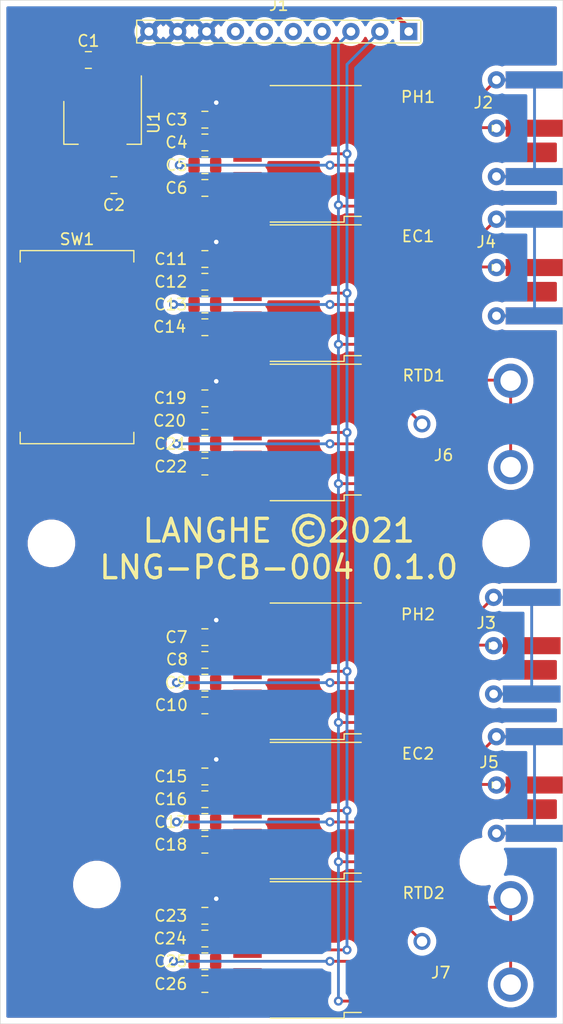
<source format=kicad_pcb>
(kicad_pcb (version 20171130) (host pcbnew "(5.1.9)-1")
  (layers (0 F.Cu signal hide) (31 B.Cu signal hide) (34 B.Paste user) (35 F.Paste user) (36 B.SilkS user) (37 F.SilkS user) (38 B.Mask user) (39 F.Mask user) (44 Edge.Cuts user))
  (net 0 "")
  (net 1 GND)
  (net 2 VDD)
  (net 3 +3V3)
  (net 4 /R_PH_VCC)
  (net 5 /S_PH_VCC)
  (net 6 /R_EC_VCC)
  (net 7 /S_EC_VCC)
  (net 8 /R_RTD_VCC)
  (net 9 /S_RTD_VCC)
  (net 10 "Net-(EC1-Pad10)")
  (net 11 "Net-(EC1-Pad9)")
  (net 12 /SCL)
  (net 13 "Net-(EC1-Pad7)")
  (net 14 "Net-(EC1-Pad5)")
  (net 15 "Net-(EC1-Pad4)")
  (net 16 "Net-(EC1-Pad2)")
  (net 17 /SDA)
  (net 18 "Net-(EC2-Pad10)")
  (net 19 "Net-(EC2-Pad9)")
  (net 20 "Net-(EC2-Pad7)")
  (net 21 "Net-(EC2-Pad5)")
  (net 22 "Net-(EC2-Pad4)")
  (net 23 "Net-(EC2-Pad2)")
  (net 24 "Net-(J1-Pad7)")
  (net 25 "Net-(J1-Pad6)")
  (net 26 "Net-(J1-Pad5)")
  (net 27 "Net-(J1-Pad4)")
  (net 28 "Net-(J2-Pad1)")
  (net 29 "Net-(J2-Pad2)")
  (net 30 "Net-(J3-Pad1)")
  (net 31 "Net-(J3-Pad2)")
  (net 32 "Net-(J6-Pad1)")
  (net 33 "Net-(J6-Pad2)")
  (net 34 "Net-(J7-Pad1)")
  (net 35 "Net-(J7-Pad2)")
  (net 36 "Net-(PH1-Pad10)")
  (net 37 "Net-(PH1-Pad9)")
  (net 38 "Net-(PH1-Pad7)")
  (net 39 "Net-(PH1-Pad2)")
  (net 40 "Net-(PH2-Pad10)")
  (net 41 "Net-(PH2-Pad9)")
  (net 42 "Net-(PH2-Pad7)")
  (net 43 "Net-(PH2-Pad2)")
  (net 44 "Net-(RTD1-Pad10)")
  (net 45 "Net-(RTD1-Pad9)")
  (net 46 "Net-(RTD1-Pad7)")
  (net 47 "Net-(RTD1-Pad2)")
  (net 48 "Net-(RTD2-Pad10)")
  (net 49 "Net-(RTD2-Pad9)")
  (net 50 "Net-(RTD2-Pad7)")
  (net 51 "Net-(RTD2-Pad2)")
  (module BCR_Langhe:Proto2_DaughterCard (layer F.Cu) (at 225 22)
    (fp_text reference J1 (at 0 -2.33) (layer F.SilkS))
    (fp_text value Conn_01x10)
    (pad "" np_thru_hole circle (at 18 73) (size 3.175 3.175) (drill 3.175) (layers *.Cu *.Mask))
    (pad "" np_thru_hole circle (at -16 75) (size 3.175 3.175) (drill 3.175) (layers *.Cu *.Mask))
    (pad "" np_thru_hole circle (at 20 45) (size 3.175 3.175) (drill 3.175) (layers *.Cu *.Mask))
    (pad "" np_thru_hole circle (at -20 45) (size 3.175 3.175) (drill 3.175) (layers *.Cu *.Mask))
    (pad 10 thru_hole circle (at -11.43 0) (size 1.524 1.524) (drill 0.762) (layers *.Cu *.Mask) (net 1 GND))
    (pad 9 thru_hole circle (at -8.89 0) (size 1.524 1.524) (drill 0.762) (layers *.Cu *.Mask) (net 1 GND))
    (pad 8 thru_hole circle (at -6.35 0) (size 1.524 1.524) (drill 0.762) (layers *.Cu *.Mask) (net 1 GND))
    (pad 7 thru_hole circle (at -3.81 0) (size 1.524 1.524) (drill 0.762) (layers *.Cu *.Mask) (net 24 "Net-(J1-Pad7)"))
    (pad 6 thru_hole circle (at -1.27 0) (size 1.524 1.524) (drill 0.762) (layers *.Cu *.Mask) (net 25 "Net-(J1-Pad6)"))
    (pad 5 thru_hole circle (at 1.27 0) (size 1.524 1.524) (drill 0.762) (layers *.Cu *.Mask) (net 26 "Net-(J1-Pad5)"))
    (pad 4 thru_hole circle (at 3.81 0) (size 1.524 1.524) (drill 0.762) (layers *.Cu *.Mask) (net 27 "Net-(J1-Pad4)"))
    (pad 3 thru_hole circle (at 6.35 0) (size 1.524 1.524) (drill 0.762) (layers *.Cu *.Mask) (net 17 /SDA))
    (pad 2 thru_hole circle (at 8.89 0) (size 1.524 1.524) (drill 0.762) (layers *.Cu *.Mask) (net 12 /SCL))
    (pad 1 thru_hole rect (at 11.43 0) (size 1.524 1.524) (drill 0.762) (layers *.Cu *.Mask) (net 2 VDD))
  )
  (module BCR_Connector:Molex_BNC_Jack_73100 (layer F.Cu) (at 245.25 102 90)
    (fp_text reference J7 (at -2.75 -6) (layer F.SilkS))
    (fp_text value BNC)
    (pad 1 thru_hole circle (at 0 -7.65 90) (size 1.5 1.5) (drill 0.92) (layers *.Cu *.Mask) (net 34 "Net-(J7-Pad1)"))
    (pad 2 thru_hole circle (at 3.8 0.15 90) (size 3 3) (drill 1.8) (layers *.Cu *.Mask) (net 35 "Net-(J7-Pad2)"))
    (pad 2 thru_hole circle (at -3.8 0.15 90) (size 3 3) (drill 1.8) (layers *.Cu *.Mask) (net 35 "Net-(J7-Pad2)"))
  )
  (module BCR_Connector:Molex_BNC_Jack_73100 (layer F.Cu) (at 245.25 56.5 90)
    (fp_text reference J6 (at -2.75 -5.75) (layer F.SilkS))
    (fp_text value BNC)
    (pad 1 thru_hole circle (at 0 -7.65 90) (size 1.5 1.5) (drill 0.92) (layers *.Cu *.Mask) (net 32 "Net-(J6-Pad1)"))
    (pad 2 thru_hole circle (at 3.8 0.15 90) (size 3 3) (drill 1.8) (layers *.Cu *.Mask) (net 33 "Net-(J6-Pad2)"))
    (pad 2 thru_hole circle (at -3.8 0.15 90) (size 3 3) (drill 1.8) (layers *.Cu *.Mask) (net 33 "Net-(J6-Pad2)"))
  )
  (module BCR_Connector:SMA_EdgeMount (layer F.Cu) (at 247.5 88.25)
    (fp_text reference J5 (at -4 -2 180) (layer F.SilkS))
    (fp_text value SMA)
    (pad 2 thru_hole circle (at -3.35 4.25) (size 1.524 1.524) (drill 0.762) (layers *.Cu *.Mask) (net 21 "Net-(EC2-Pad5)"))
    (pad 1 thru_hole circle (at -3.35 0) (size 1.524 1.524) (drill 0.762) (layers *.Cu *.Mask) (net 22 "Net-(EC2-Pad4)"))
    (pad 2 thru_hole circle (at -3.35 -4.25) (size 1.524 1.524) (drill 0.762) (layers *.Cu *.Mask) (net 21 "Net-(EC2-Pad5)"))
    (pad 1 smd rect (at 0 0 90) (size 1.5 5.08) (layers F.Cu F.Paste F.Mask) (net 22 "Net-(EC2-Pad4)"))
    (pad 2 smd rect (at 0 -4.25 90) (size 1.5 5.08) (layers F.Cu F.Paste F.Mask) (net 21 "Net-(EC2-Pad5)"))
    (pad 2 smd rect (at 0 4.25 90) (size 1.5 5.08) (layers F.Cu F.Paste F.Mask) (net 21 "Net-(EC2-Pad5)"))
    (pad 2 smd rect (at 0 -4.25 90) (size 1.5 5.08) (layers B.Cu B.Paste B.Mask) (net 21 "Net-(EC2-Pad5)"))
    (pad 2 smd rect (at 0 4.25 90) (size 1.5 5.08) (layers B.Cu B.Paste B.Mask) (net 21 "Net-(EC2-Pad5)"))
  )
  (module BCR_Connector:SMA_EdgeMount (layer F.Cu) (at 247.5 42.75)
    (fp_text reference J4 (at -4.25 -2.25 180) (layer F.SilkS))
    (fp_text value SMA)
    (pad 2 thru_hole circle (at -3.35 4.25) (size 1.524 1.524) (drill 0.762) (layers *.Cu *.Mask) (net 14 "Net-(EC1-Pad5)"))
    (pad 1 thru_hole circle (at -3.35 0) (size 1.524 1.524) (drill 0.762) (layers *.Cu *.Mask) (net 15 "Net-(EC1-Pad4)"))
    (pad 2 thru_hole circle (at -3.35 -4.25) (size 1.524 1.524) (drill 0.762) (layers *.Cu *.Mask) (net 14 "Net-(EC1-Pad5)"))
    (pad 1 smd rect (at 0 0 90) (size 1.5 5.08) (layers F.Cu F.Paste F.Mask) (net 15 "Net-(EC1-Pad4)"))
    (pad 2 smd rect (at 0 -4.25 90) (size 1.5 5.08) (layers F.Cu F.Paste F.Mask) (net 14 "Net-(EC1-Pad5)"))
    (pad 2 smd rect (at 0 4.25 90) (size 1.5 5.08) (layers F.Cu F.Paste F.Mask) (net 14 "Net-(EC1-Pad5)"))
    (pad 2 smd rect (at 0 -4.25 90) (size 1.5 5.08) (layers B.Cu B.Paste B.Mask) (net 14 "Net-(EC1-Pad5)"))
    (pad 2 smd rect (at 0 4.25 90) (size 1.5 5.08) (layers B.Cu B.Paste B.Mask) (net 14 "Net-(EC1-Pad5)"))
  )
  (module BCR_Connector:SMA_EdgeMount (layer F.Cu) (at 247.25 76)
    (fp_text reference J3 (at -4 -2 180) (layer F.SilkS))
    (fp_text value SMA)
    (pad 2 thru_hole circle (at -3.35 4.25) (size 1.524 1.524) (drill 0.762) (layers *.Cu *.Mask) (net 31 "Net-(J3-Pad2)"))
    (pad 1 thru_hole circle (at -3.35 0) (size 1.524 1.524) (drill 0.762) (layers *.Cu *.Mask) (net 30 "Net-(J3-Pad1)"))
    (pad 2 thru_hole circle (at -3.35 -4.25) (size 1.524 1.524) (drill 0.762) (layers *.Cu *.Mask) (net 31 "Net-(J3-Pad2)"))
    (pad 1 smd rect (at 0 0 90) (size 1.5 5.08) (layers F.Cu F.Paste F.Mask) (net 30 "Net-(J3-Pad1)"))
    (pad 2 smd rect (at 0 -4.25 90) (size 1.5 5.08) (layers F.Cu F.Paste F.Mask) (net 31 "Net-(J3-Pad2)"))
    (pad 2 smd rect (at 0 4.25 90) (size 1.5 5.08) (layers F.Cu F.Paste F.Mask) (net 31 "Net-(J3-Pad2)"))
    (pad 2 smd rect (at 0 -4.25 90) (size 1.5 5.08) (layers B.Cu B.Paste B.Mask) (net 31 "Net-(J3-Pad2)"))
    (pad 2 smd rect (at 0 4.25 90) (size 1.5 5.08) (layers B.Cu B.Paste B.Mask) (net 31 "Net-(J3-Pad2)"))
  )
  (module BCR_Connector:SMA_EdgeMount (layer F.Cu) (at 247.5 30.5)
    (fp_text reference J2 (at -4.5 -2.25 180) (layer F.SilkS))
    (fp_text value SMA)
    (pad 2 thru_hole circle (at -3.35 4.25) (size 1.524 1.524) (drill 0.762) (layers *.Cu *.Mask) (net 29 "Net-(J2-Pad2)"))
    (pad 1 thru_hole circle (at -3.35 0) (size 1.524 1.524) (drill 0.762) (layers *.Cu *.Mask) (net 28 "Net-(J2-Pad1)"))
    (pad 2 thru_hole circle (at -3.35 -4.25) (size 1.524 1.524) (drill 0.762) (layers *.Cu *.Mask) (net 29 "Net-(J2-Pad2)"))
    (pad 1 smd rect (at 0 0 90) (size 1.5 5.08) (layers F.Cu F.Paste F.Mask) (net 28 "Net-(J2-Pad1)"))
    (pad 2 smd rect (at 0 -4.25 90) (size 1.5 5.08) (layers F.Cu F.Paste F.Mask) (net 29 "Net-(J2-Pad2)"))
    (pad 2 smd rect (at 0 4.25 90) (size 1.5 5.08) (layers F.Cu F.Paste F.Mask) (net 29 "Net-(J2-Pad2)"))
    (pad 2 smd rect (at 0 -4.25 90) (size 1.5 5.08) (layers B.Cu B.Paste B.Mask) (net 29 "Net-(J2-Pad2)"))
    (pad 2 smd rect (at 0 4.25 90) (size 1.5 5.08) (layers B.Cu B.Paste B.Mask) (net 29 "Net-(J2-Pad2)"))
  )
  (module Package_TO_SOT_SMD:SOT-223-3_TabPin2 (layer F.Cu) (at 209.5 30 270)
    (fp_text reference U1 (at 0 -4.5 90) (layer F.SilkS))
    (fp_text value AMS1117-5.0)
    (pad 1 smd rect (at -3.15 -2.3 270) (size 2 1.5) (layers F.Cu F.Paste F.Mask) (net 1 GND))
    (pad 3 smd rect (at -3.15 2.3 270) (size 2 1.5) (layers F.Cu F.Paste F.Mask) (net 2 VDD))
    (pad 2 smd rect (at -3.15 0 270) (size 2 1.5) (layers F.Cu F.Paste F.Mask) (net 3 +3V3))
    (pad 2 smd rect (at 3.15 0 270) (size 2 3.8) (layers F.Cu F.Paste F.Mask) (net 3 +3V3))
  )
  (module BCR_Switch:Cixi_SMD_DIP_Switch_6 (layer F.Cu) (at 207.25 49.75)
    (fp_text reference SW1 (at 0 -9.49) (layer F.SilkS))
    (fp_text value SW_DIP_x06)
    (pad 12 smd rect (at 4.3 -6.275) (size 3.7 1.15) (layers F.Cu F.Paste F.Mask) (net 4 /R_PH_VCC))
    (pad 11 smd rect (at 4.3 -3.765) (size 3.7 1.15) (layers F.Cu F.Paste F.Mask) (net 6 /R_EC_VCC))
    (pad 10 smd rect (at 4.3 -1.255) (size 3.7 1.15) (layers F.Cu F.Paste F.Mask) (net 8 /R_RTD_VCC))
    (pad 9 smd rect (at 4.3 1.255) (size 3.7 1.15) (layers F.Cu F.Paste F.Mask) (net 5 /S_PH_VCC))
    (pad 8 smd rect (at 4.3 3.765) (size 3.7 1.15) (layers F.Cu F.Paste F.Mask) (net 7 /S_EC_VCC))
    (pad 7 smd rect (at 4.3 6.275) (size 3.7 1.15) (layers F.Cu F.Paste F.Mask) (net 9 /S_RTD_VCC))
    (pad 6 smd rect (at -4.3 6.275) (size 3.7 1.15) (layers F.Cu F.Paste F.Mask) (net 3 +3V3))
    (pad 5 smd rect (at -4.3 3.765) (size 3.7 1.15) (layers F.Cu F.Paste F.Mask) (net 3 +3V3))
    (pad 4 smd rect (at -4.3 1.255) (size 3.7 1.15) (layers F.Cu F.Paste F.Mask) (net 3 +3V3))
    (pad 3 smd rect (at -4.3 -1.255) (size 3.7 1.15) (layers F.Cu F.Paste F.Mask) (net 3 +3V3))
    (pad 2 smd rect (at -4.3 -3.765) (size 3.7 1.15) (layers F.Cu F.Paste F.Mask) (net 3 +3V3))
    (pad 1 smd rect (at -4.3 -6.275) (size 3.7 1.15) (layers F.Cu F.Paste F.Mask) (net 3 +3V3))
  )
  (module BCR_Langhe:AtlasScientific_OEM (layer F.Cu) (at 228.25 102.75 180)
    (fp_text reference RTD2 (at -9.5 5) (layer F.SilkS))
    (fp_text value AtlasScientific_RTD)
    (pad 10 smd rect (at 6 -4.6 180) (size 2.5 1.4) (layers F.Cu F.Paste F.Mask) (net 48 "Net-(RTD2-Pad10)"))
    (pad 9 smd rect (at 6 -2.3 180) (size 2.5 1.4) (layers F.Cu F.Paste F.Mask) (net 49 "Net-(RTD2-Pad9)"))
    (pad 8 smd rect (at 6 0 180) (size 2.5 1.4) (layers F.Cu F.Paste F.Mask) (net 12 /SCL))
    (pad 7 smd rect (at 6 2.3 180) (size 2.5 1.4) (layers F.Cu F.Paste F.Mask) (net 50 "Net-(RTD2-Pad7)"))
    (pad 6 smd rect (at 6 4.6 180) (size 2.5 1.4) (layers F.Cu F.Paste F.Mask) (net 1 GND))
    (pad 5 smd rect (at -6 4.6 180) (size 2.5 1.4) (layers F.Cu F.Paste F.Mask) (net 35 "Net-(J7-Pad2)"))
    (pad 4 smd rect (at -6 2.3 180) (size 2.5 1.4) (layers F.Cu F.Paste F.Mask) (net 34 "Net-(J7-Pad1)"))
    (pad 3 smd rect (at -6 0 180) (size 2.5 1.4) (layers F.Cu F.Paste F.Mask) (net 9 /S_RTD_VCC))
    (pad 2 smd rect (at -6 -2.3 180) (size 2.5 1.4) (layers F.Cu F.Paste F.Mask) (net 51 "Net-(RTD2-Pad2)"))
    (pad 1 smd rect (at -6 -4.6 180) (size 2.5 1.4) (layers F.Cu F.Paste F.Mask) (net 17 /SDA))
  )
  (module BCR_Langhe:AtlasScientific_OEM (layer F.Cu) (at 228.25 57.25 180)
    (fp_text reference RTD1 (at -9.5 5) (layer F.SilkS))
    (fp_text value AtlasScientific_RTD)
    (pad 10 smd rect (at 6 -4.6 180) (size 2.5 1.4) (layers F.Cu F.Paste F.Mask) (net 44 "Net-(RTD1-Pad10)"))
    (pad 9 smd rect (at 6 -2.3 180) (size 2.5 1.4) (layers F.Cu F.Paste F.Mask) (net 45 "Net-(RTD1-Pad9)"))
    (pad 8 smd rect (at 6 0 180) (size 2.5 1.4) (layers F.Cu F.Paste F.Mask) (net 12 /SCL))
    (pad 7 smd rect (at 6 2.3 180) (size 2.5 1.4) (layers F.Cu F.Paste F.Mask) (net 46 "Net-(RTD1-Pad7)"))
    (pad 6 smd rect (at 6 4.6 180) (size 2.5 1.4) (layers F.Cu F.Paste F.Mask) (net 1 GND))
    (pad 5 smd rect (at -6 4.6 180) (size 2.5 1.4) (layers F.Cu F.Paste F.Mask) (net 33 "Net-(J6-Pad2)"))
    (pad 4 smd rect (at -6 2.3 180) (size 2.5 1.4) (layers F.Cu F.Paste F.Mask) (net 32 "Net-(J6-Pad1)"))
    (pad 3 smd rect (at -6 0 180) (size 2.5 1.4) (layers F.Cu F.Paste F.Mask) (net 8 /R_RTD_VCC))
    (pad 2 smd rect (at -6 -2.3 180) (size 2.5 1.4) (layers F.Cu F.Paste F.Mask) (net 47 "Net-(RTD1-Pad2)"))
    (pad 1 smd rect (at -6 -4.6 180) (size 2.5 1.4) (layers F.Cu F.Paste F.Mask) (net 17 /SDA))
  )
  (module BCR_Langhe:AtlasScientific_OEM (layer F.Cu) (at 228.25 78.25 180)
    (fp_text reference PH2 (at -9 5) (layer F.SilkS))
    (fp_text value AtlasScientific_PH)
    (pad 10 smd rect (at 6 -4.6 180) (size 2.5 1.4) (layers F.Cu F.Paste F.Mask) (net 40 "Net-(PH2-Pad10)"))
    (pad 9 smd rect (at 6 -2.3 180) (size 2.5 1.4) (layers F.Cu F.Paste F.Mask) (net 41 "Net-(PH2-Pad9)"))
    (pad 8 smd rect (at 6 0 180) (size 2.5 1.4) (layers F.Cu F.Paste F.Mask) (net 12 /SCL))
    (pad 7 smd rect (at 6 2.3 180) (size 2.5 1.4) (layers F.Cu F.Paste F.Mask) (net 42 "Net-(PH2-Pad7)"))
    (pad 6 smd rect (at 6 4.6 180) (size 2.5 1.4) (layers F.Cu F.Paste F.Mask) (net 1 GND))
    (pad 5 smd rect (at -6 4.6 180) (size 2.5 1.4) (layers F.Cu F.Paste F.Mask) (net 31 "Net-(J3-Pad2)"))
    (pad 4 smd rect (at -6 2.3 180) (size 2.5 1.4) (layers F.Cu F.Paste F.Mask) (net 30 "Net-(J3-Pad1)"))
    (pad 3 smd rect (at -6 0 180) (size 2.5 1.4) (layers F.Cu F.Paste F.Mask) (net 5 /S_PH_VCC))
    (pad 2 smd rect (at -6 -2.3 180) (size 2.5 1.4) (layers F.Cu F.Paste F.Mask) (net 43 "Net-(PH2-Pad2)"))
    (pad 1 smd rect (at -6 -4.6 180) (size 2.5 1.4) (layers F.Cu F.Paste F.Mask) (net 17 /SDA))
  )
  (module BCR_Langhe:AtlasScientific_OEM (layer F.Cu) (at 228.25 32.75 180)
    (fp_text reference PH1 (at -9 5) (layer F.SilkS))
    (fp_text value AtlasScientific_PH)
    (pad 10 smd rect (at 6 -4.6 180) (size 2.5 1.4) (layers F.Cu F.Paste F.Mask) (net 36 "Net-(PH1-Pad10)"))
    (pad 9 smd rect (at 6 -2.3 180) (size 2.5 1.4) (layers F.Cu F.Paste F.Mask) (net 37 "Net-(PH1-Pad9)"))
    (pad 8 smd rect (at 6 0 180) (size 2.5 1.4) (layers F.Cu F.Paste F.Mask) (net 12 /SCL))
    (pad 7 smd rect (at 6 2.3 180) (size 2.5 1.4) (layers F.Cu F.Paste F.Mask) (net 38 "Net-(PH1-Pad7)"))
    (pad 6 smd rect (at 6 4.6 180) (size 2.5 1.4) (layers F.Cu F.Paste F.Mask) (net 1 GND))
    (pad 5 smd rect (at -6 4.6 180) (size 2.5 1.4) (layers F.Cu F.Paste F.Mask) (net 29 "Net-(J2-Pad2)"))
    (pad 4 smd rect (at -6 2.3 180) (size 2.5 1.4) (layers F.Cu F.Paste F.Mask) (net 28 "Net-(J2-Pad1)"))
    (pad 3 smd rect (at -6 0 180) (size 2.5 1.4) (layers F.Cu F.Paste F.Mask) (net 4 /R_PH_VCC))
    (pad 2 smd rect (at -6 -2.3 180) (size 2.5 1.4) (layers F.Cu F.Paste F.Mask) (net 39 "Net-(PH1-Pad2)"))
    (pad 1 smd rect (at -6 -4.6 180) (size 2.5 1.4) (layers F.Cu F.Paste F.Mask) (net 17 /SDA))
  )
  (module BCR_Langhe:AtlasScientific_OEM (layer F.Cu) (at 228.25 90.5 180)
    (fp_text reference EC2 (at -9 5) (layer F.SilkS))
    (fp_text value AtlasScientific_EC)
    (pad 10 smd rect (at 6 -4.6 180) (size 2.5 1.4) (layers F.Cu F.Paste F.Mask) (net 18 "Net-(EC2-Pad10)"))
    (pad 9 smd rect (at 6 -2.3 180) (size 2.5 1.4) (layers F.Cu F.Paste F.Mask) (net 19 "Net-(EC2-Pad9)"))
    (pad 8 smd rect (at 6 0 180) (size 2.5 1.4) (layers F.Cu F.Paste F.Mask) (net 12 /SCL))
    (pad 7 smd rect (at 6 2.3 180) (size 2.5 1.4) (layers F.Cu F.Paste F.Mask) (net 20 "Net-(EC2-Pad7)"))
    (pad 6 smd rect (at 6 4.6 180) (size 2.5 1.4) (layers F.Cu F.Paste F.Mask) (net 1 GND))
    (pad 5 smd rect (at -6 4.6 180) (size 2.5 1.4) (layers F.Cu F.Paste F.Mask) (net 21 "Net-(EC2-Pad5)"))
    (pad 4 smd rect (at -6 2.3 180) (size 2.5 1.4) (layers F.Cu F.Paste F.Mask) (net 22 "Net-(EC2-Pad4)"))
    (pad 3 smd rect (at -6 0 180) (size 2.5 1.4) (layers F.Cu F.Paste F.Mask) (net 7 /S_EC_VCC))
    (pad 2 smd rect (at -6 -2.3 180) (size 2.5 1.4) (layers F.Cu F.Paste F.Mask) (net 23 "Net-(EC2-Pad2)"))
    (pad 1 smd rect (at -6 -4.6 180) (size 2.5 1.4) (layers F.Cu F.Paste F.Mask) (net 17 /SDA))
  )
  (module BCR_Langhe:AtlasScientific_OEM (layer F.Cu) (at 228.25 45 180)
    (fp_text reference EC1 (at -9 5) (layer F.SilkS))
    (fp_text value AtlasScientific_EC)
    (pad 10 smd rect (at 6 -4.6 180) (size 2.5 1.4) (layers F.Cu F.Paste F.Mask) (net 10 "Net-(EC1-Pad10)"))
    (pad 9 smd rect (at 6 -2.3 180) (size 2.5 1.4) (layers F.Cu F.Paste F.Mask) (net 11 "Net-(EC1-Pad9)"))
    (pad 8 smd rect (at 6 0 180) (size 2.5 1.4) (layers F.Cu F.Paste F.Mask) (net 12 /SCL))
    (pad 7 smd rect (at 6 2.3 180) (size 2.5 1.4) (layers F.Cu F.Paste F.Mask) (net 13 "Net-(EC1-Pad7)"))
    (pad 6 smd rect (at 6 4.6 180) (size 2.5 1.4) (layers F.Cu F.Paste F.Mask) (net 1 GND))
    (pad 5 smd rect (at -6 4.6 180) (size 2.5 1.4) (layers F.Cu F.Paste F.Mask) (net 14 "Net-(EC1-Pad5)"))
    (pad 4 smd rect (at -6 2.3 180) (size 2.5 1.4) (layers F.Cu F.Paste F.Mask) (net 15 "Net-(EC1-Pad4)"))
    (pad 3 smd rect (at -6 0 180) (size 2.5 1.4) (layers F.Cu F.Paste F.Mask) (net 6 /R_EC_VCC))
    (pad 2 smd rect (at -6 -2.3 180) (size 2.5 1.4) (layers F.Cu F.Paste F.Mask) (net 16 "Net-(EC1-Pad2)"))
    (pad 1 smd rect (at -6 -4.6 180) (size 2.5 1.4) (layers F.Cu F.Paste F.Mask) (net 17 /SDA))
  )
  (module Capacitor_SMD:C_0805_2012Metric (layer F.Cu) (at 218.5 105.75)
    (fp_text reference C26 (at -3 0) (layer F.SilkS))
    (fp_text value 0.1uF)
    (pad 2 smd roundrect (at 0.95 0) (size 1 1.45) (layers F.Cu F.Paste F.Mask) (net 1 GND))
    (pad 1 smd roundrect (at -0.95 0) (size 1 1.45) (layers F.Cu F.Paste F.Mask) (net 9 /S_RTD_VCC))
  )
  (module Capacitor_SMD:C_0805_2012Metric (layer F.Cu) (at 218.5 103.75)
    (fp_text reference C25 (at -3 0) (layer F.SilkS))
    (fp_text value 0.1uF)
    (pad 2 smd roundrect (at 0.95 0) (size 1 1.45) (layers F.Cu F.Paste F.Mask) (net 1 GND))
    (pad 1 smd roundrect (at -0.95 0) (size 1 1.45) (layers F.Cu F.Paste F.Mask) (net 9 /S_RTD_VCC))
  )
  (module Capacitor_SMD:C_0805_2012Metric (layer F.Cu) (at 218.5 101.75)
    (fp_text reference C24 (at -3.05 0) (layer F.SilkS))
    (fp_text value 0.1uF)
    (pad 2 smd roundrect (at 0.95 0) (size 1 1.45) (layers F.Cu F.Paste F.Mask) (net 1 GND))
    (pad 1 smd roundrect (at -0.95 0) (size 1 1.45) (layers F.Cu F.Paste F.Mask) (net 9 /S_RTD_VCC))
  )
  (module Capacitor_SMD:C_0805_2012Metric (layer F.Cu) (at 218.5 99.75)
    (fp_text reference C23 (at -3 0) (layer F.SilkS))
    (fp_text value 0.1uF)
    (pad 2 smd roundrect (at 0.95 0) (size 1 1.45) (layers F.Cu F.Paste F.Mask) (net 1 GND))
    (pad 1 smd roundrect (at -0.95 0) (size 1 1.45) (layers F.Cu F.Paste F.Mask) (net 9 /S_RTD_VCC))
  )
  (module Capacitor_SMD:C_0805_2012Metric (layer F.Cu) (at 218.5 60.25)
    (fp_text reference C22 (at -3 0) (layer F.SilkS))
    (fp_text value 0.1uF)
    (pad 2 smd roundrect (at 0.95 0) (size 1 1.45) (layers F.Cu F.Paste F.Mask) (net 1 GND))
    (pad 1 smd roundrect (at -0.95 0) (size 1 1.45) (layers F.Cu F.Paste F.Mask) (net 8 /R_RTD_VCC))
  )
  (module Capacitor_SMD:C_0805_2012Metric (layer F.Cu) (at 218.5 58.25)
    (fp_text reference C21 (at -3 0) (layer F.SilkS))
    (fp_text value 0.1uF)
    (pad 2 smd roundrect (at 0.95 0) (size 1 1.45) (layers F.Cu F.Paste F.Mask) (net 1 GND))
    (pad 1 smd roundrect (at -0.95 0) (size 1 1.45) (layers F.Cu F.Paste F.Mask) (net 8 /R_RTD_VCC))
  )
  (module Capacitor_SMD:C_0805_2012Metric (layer F.Cu) (at 218.5 56.25)
    (fp_text reference C20 (at -3.1 -0.03) (layer F.SilkS))
    (fp_text value 0.1uF)
    (pad 2 smd roundrect (at 0.95 0) (size 1 1.45) (layers F.Cu F.Paste F.Mask) (net 1 GND))
    (pad 1 smd roundrect (at -0.95 0) (size 1 1.45) (layers F.Cu F.Paste F.Mask) (net 8 /R_RTD_VCC))
  )
  (module Capacitor_SMD:C_0805_2012Metric (layer F.Cu) (at 218.5 54.25)
    (fp_text reference C19 (at -3.05 -0.03) (layer F.SilkS))
    (fp_text value 0.1uF)
    (pad 2 smd roundrect (at 0.95 0) (size 1 1.45) (layers F.Cu F.Paste F.Mask) (net 1 GND))
    (pad 1 smd roundrect (at -0.95 0) (size 1 1.45) (layers F.Cu F.Paste F.Mask) (net 8 /R_RTD_VCC))
  )
  (module Capacitor_SMD:C_0805_2012Metric (layer F.Cu) (at 218.5 93.5)
    (fp_text reference C18 (at -3 0) (layer F.SilkS))
    (fp_text value 0.1uF)
    (pad 2 smd roundrect (at 0.95 0) (size 1 1.45) (layers F.Cu F.Paste F.Mask) (net 1 GND))
    (pad 1 smd roundrect (at -0.95 0) (size 1 1.45) (layers F.Cu F.Paste F.Mask) (net 7 /S_EC_VCC))
  )
  (module Capacitor_SMD:C_0805_2012Metric (layer F.Cu) (at 218.5 91.5)
    (fp_text reference C17 (at -3 0) (layer F.SilkS))
    (fp_text value 0.1uF)
    (pad 2 smd roundrect (at 0.95 0) (size 1 1.45) (layers F.Cu F.Paste F.Mask) (net 1 GND))
    (pad 1 smd roundrect (at -0.95 0) (size 1 1.45) (layers F.Cu F.Paste F.Mask) (net 7 /S_EC_VCC))
  )
  (module Capacitor_SMD:C_0805_2012Metric (layer F.Cu) (at 218.5 89.5)
    (fp_text reference C16 (at -3 0) (layer F.SilkS))
    (fp_text value 0.1uF)
    (pad 2 smd roundrect (at 0.95 0) (size 1 1.45) (layers F.Cu F.Paste F.Mask) (net 1 GND))
    (pad 1 smd roundrect (at -0.95 0) (size 1 1.45) (layers F.Cu F.Paste F.Mask) (net 7 /S_EC_VCC))
  )
  (module Capacitor_SMD:C_0805_2012Metric (layer F.Cu) (at 218.5 87.5)
    (fp_text reference C15 (at -3 0) (layer F.SilkS))
    (fp_text value 0.1uF)
    (pad 2 smd roundrect (at 0.95 0) (size 1 1.45) (layers F.Cu F.Paste F.Mask) (net 1 GND))
    (pad 1 smd roundrect (at -0.95 0) (size 1 1.45) (layers F.Cu F.Paste F.Mask) (net 7 /S_EC_VCC))
  )
  (module Capacitor_SMD:C_0805_2012Metric (layer F.Cu) (at 218.5 48)
    (fp_text reference C14 (at -3.1 -0.04) (layer F.SilkS))
    (fp_text value 0.1uF)
    (pad 2 smd roundrect (at 0.95 0) (size 1 1.45) (layers F.Cu F.Paste F.Mask) (net 1 GND))
    (pad 1 smd roundrect (at -0.95 0) (size 1 1.45) (layers F.Cu F.Paste F.Mask) (net 6 /R_EC_VCC))
  )
  (module Capacitor_SMD:C_0805_2012Metric (layer F.Cu) (at 218.5 46)
    (fp_text reference C13 (at -3 0) (layer F.SilkS))
    (fp_text value 0.1uF)
    (pad 2 smd roundrect (at 0.95 0) (size 1 1.45) (layers F.Cu F.Paste F.Mask) (net 1 GND))
    (pad 1 smd roundrect (at -0.95 0) (size 1 1.45) (layers F.Cu F.Paste F.Mask) (net 6 /R_EC_VCC))
  )
  (module Capacitor_SMD:C_0805_2012Metric (layer F.Cu) (at 218.5 44)
    (fp_text reference C12 (at -3 0) (layer F.SilkS))
    (fp_text value 0.1uF)
    (pad 2 smd roundrect (at 0.95 0) (size 1 1.45) (layers F.Cu F.Paste F.Mask) (net 1 GND))
    (pad 1 smd roundrect (at -0.95 0) (size 1 1.45) (layers F.Cu F.Paste F.Mask) (net 6 /R_EC_VCC))
  )
  (module Capacitor_SMD:C_0805_2012Metric (layer F.Cu) (at 218.5 42)
    (fp_text reference C11 (at -3 0) (layer F.SilkS))
    (fp_text value 0.1uF)
    (pad 2 smd roundrect (at 0.95 0) (size 1 1.45) (layers F.Cu F.Paste F.Mask) (net 1 GND))
    (pad 1 smd roundrect (at -0.95 0) (size 1 1.45) (layers F.Cu F.Paste F.Mask) (net 6 /R_EC_VCC))
  )
  (module Capacitor_SMD:C_0805_2012Metric (layer F.Cu) (at 218.5 81.25)
    (fp_text reference C10 (at -2.95 -0.03) (layer F.SilkS))
    (fp_text value 0.1uF)
    (pad 2 smd roundrect (at 0.95 0) (size 1 1.45) (layers F.Cu F.Paste F.Mask) (net 1 GND))
    (pad 1 smd roundrect (at -0.95 0) (size 1 1.45) (layers F.Cu F.Paste F.Mask) (net 5 /S_PH_VCC))
  )
  (module Capacitor_SMD:C_0805_2012Metric (layer F.Cu) (at 218.5 79.25)
    (fp_text reference C9 (at -2.56 0) (layer F.SilkS))
    (fp_text value 0.1uF)
    (pad 2 smd roundrect (at 0.95 0) (size 1 1.45) (layers F.Cu F.Paste F.Mask) (net 1 GND))
    (pad 1 smd roundrect (at -0.95 0) (size 1 1.45) (layers F.Cu F.Paste F.Mask) (net 5 /S_PH_VCC))
  )
  (module Capacitor_SMD:C_0805_2012Metric (layer F.Cu) (at 218.5 77.25)
    (fp_text reference C8 (at -2.45 -0.04) (layer F.SilkS))
    (fp_text value 0.1uF)
    (pad 2 smd roundrect (at 0.95 0) (size 1 1.45) (layers F.Cu F.Paste F.Mask) (net 1 GND))
    (pad 1 smd roundrect (at -0.95 0) (size 1 1.45) (layers F.Cu F.Paste F.Mask) (net 5 /S_PH_VCC))
  )
  (module Capacitor_SMD:C_0805_2012Metric (layer F.Cu) (at 218.5 75.25)
    (fp_text reference C7 (at -2.5 0) (layer F.SilkS))
    (fp_text value 0.1uF)
    (pad 2 smd roundrect (at 0.95 0) (size 1 1.45) (layers F.Cu F.Paste F.Mask) (net 1 GND))
    (pad 1 smd roundrect (at -0.95 0) (size 1 1.45) (layers F.Cu F.Paste F.Mask) (net 5 /S_PH_VCC))
  )
  (module Capacitor_SMD:C_0805_2012Metric (layer F.Cu) (at 218.5 35.75)
    (fp_text reference C6 (at -2.5 0) (layer F.SilkS))
    (fp_text value 0.1uF)
    (pad 2 smd roundrect (at 0.95 0) (size 1 1.45) (layers F.Cu F.Paste F.Mask) (net 1 GND))
    (pad 1 smd roundrect (at -0.95 0) (size 1 1.45) (layers F.Cu F.Paste F.Mask) (net 4 /R_PH_VCC))
  )
  (module Capacitor_SMD:C_0805_2012Metric (layer F.Cu) (at 218.5 33.75)
    (fp_text reference C5 (at -2.5 0) (layer F.SilkS))
    (fp_text value 0.1uF)
    (pad 2 smd roundrect (at 0.95 0) (size 1 1.45) (layers F.Cu F.Paste F.Mask) (net 1 GND))
    (pad 1 smd roundrect (at -0.95 0) (size 1 1.45) (layers F.Cu F.Paste F.Mask) (net 4 /R_PH_VCC))
  )
  (module Capacitor_SMD:C_0805_2012Metric (layer F.Cu) (at 218.5 31.75)
    (fp_text reference C4 (at -2.5 0) (layer F.SilkS))
    (fp_text value 0.1uF)
    (pad 2 smd roundrect (at 0.95 0) (size 1 1.45) (layers F.Cu F.Paste F.Mask) (net 1 GND))
    (pad 1 smd roundrect (at -0.95 0) (size 1 1.45) (layers F.Cu F.Paste F.Mask) (net 4 /R_PH_VCC))
  )
  (module Capacitor_SMD:C_0805_2012Metric (layer F.Cu) (at 218.5 29.75)
    (fp_text reference C3 (at -2.5 0) (layer F.SilkS))
    (fp_text value 0.1uF)
    (pad 2 smd roundrect (at 0.95 0) (size 1 1.45) (layers F.Cu F.Paste F.Mask) (net 1 GND))
    (pad 1 smd roundrect (at -0.95 0) (size 1 1.45) (layers F.Cu F.Paste F.Mask) (net 4 /R_PH_VCC))
  )
  (module Capacitor_SMD:C_0805_2012Metric (layer F.Cu) (at 210.5 35.5)
    (fp_text reference C2 (at 0 1.75) (layer F.SilkS))
    (fp_text value 0.1uF)
    (pad 2 smd roundrect (at 0.95 0) (size 1 1.45) (layers F.Cu F.Paste F.Mask) (net 1 GND))
    (pad 1 smd roundrect (at -0.95 0) (size 1 1.45) (layers F.Cu F.Paste F.Mask) (net 3 +3V3))
  )
  (module Capacitor_SMD:C_0805_2012Metric (layer F.Cu) (at 208.25 24.5)
    (fp_text reference C1 (at 0 -1.68) (layer F.SilkS))
    (fp_text value 0.1uF)
    (pad 2 smd roundrect (at 0.95 0) (size 1 1.45) (layers F.Cu F.Paste F.Mask) (net 1 GND))
    (pad 1 smd roundrect (at -0.95 0) (size 1 1.45) (layers F.Cu F.Paste F.Mask) (net 2 VDD))
  )
  (gr_text "LANGHE ©2021\nLNG-PCB-004 0.1.0" (at 225 67.5) (layer F.SilkS) (effects (font (size 2 2) (thickness 0.3))))
  (gr_line (start 200.5 109.25) (end 200.5 19.25) (layer Edge.Cuts) (width 0.05))
  (gr_line (start 250 19.25) (end 200.5 19.25) (layer Edge.Cuts) (width 0.05))
  (gr_line (start 250 109.25) (end 200.5 109.25) (layer Edge.Cuts) (width 0.05))
  (gr_line (start 250 19.25) (end 250 109.25) (layer Edge.Cuts) (width 0.05))
  (via (at 219.5 52.75) (size 0.8) (drill 0.4) (layers F.Cu B.Cu) (net 1))
  (via (at 219.5 40.5) (size 0.8) (drill 0.4) (layers F.Cu B.Cu) (net 1))
  (via (at 219.5 28.25) (size 0.8) (drill 0.4) (layers F.Cu B.Cu) (net 1))
  (via (at 219.5 73.75) (size 0.8) (drill 0.4) (layers F.Cu B.Cu) (net 1))
  (via (at 219.5 86) (size 0.8) (drill 0.4) (layers F.Cu B.Cu) (net 1))
  (via (at 219.5 98.25) (size 0.8) (drill 0.4) (layers F.Cu B.Cu) (net 1))
  (segment (start 207.15 26.8) (end 207.2 26.85) (width 0.25) (layer F.Cu) (net 2))
  (segment (start 236.43 22) (end 236.43 22.07) (width 0.25) (layer F.Cu) (net 2))
  (segment (start 236.43 21.68) (end 236.43 22) (width 0.4) (layer F.Cu) (net 2))
  (segment (start 234.75 20) (end 236.43 21.68) (width 0.4) (layer F.Cu) (net 2))
  (segment (start 208.5 20) (end 234.75 20) (width 0.4) (layer F.Cu) (net 2))
  (segment (start 207.2 21.3) (end 208.5 20) (width 0.4) (layer F.Cu) (net 2))
  (segment (start 207.2 26.85) (end 207.2 21.3) (width 0.4) (layer F.Cu) (net 2))
  (segment (start 209.5 26.85) (end 209.5 33.15) (width 0.4) (layer F.Cu) (net 3))
  (segment (start 202.95 43.475) (end 202.95 56.025) (width 0.4) (layer F.Cu) (net 3))
  (segment (start 209.55 33.2) (end 209.5 33.15) (width 0.4) (layer F.Cu) (net 3))
  (segment (start 209.55 36.875) (end 209.55 33.2) (width 0.4) (layer F.Cu) (net 3))
  (segment (start 202.95 43.475) (end 209.55 36.875) (width 0.4) (layer F.Cu) (net 3))
  (segment (start 217.55 29.75) (end 217.55 35.75) (width 0.25) (layer F.Cu) (net 4))
  (via (at 229.5 33.75) (size 0.8) (drill 0.4) (layers F.Cu B.Cu) (net 4))
  (segment (start 232.75 33.75) (end 229.5 33.75) (width 0.25) (layer F.Cu) (net 4))
  (segment (start 233.25 33.25) (end 232.75 33.75) (width 0.25) (layer F.Cu) (net 4))
  (segment (start 233.75 33.25) (end 233.25 33.25) (width 0.25) (layer F.Cu) (net 4))
  (segment (start 234.25 32.75) (end 233.75 33.25) (width 0.25) (layer F.Cu) (net 4))
  (via (at 216.25 33.75) (size 0.8) (drill 0.4) (layers F.Cu B.Cu) (net 4))
  (segment (start 229.5 33.75) (end 216.25 33.75) (width 0.25) (layer B.Cu) (net 4))
  (segment (start 216.25 33.75) (end 217.55 33.75) (width 0.25) (layer F.Cu) (net 4))
  (segment (start 217.55 35.975) (end 217.55 35.75) (width 0.25) (layer F.Cu) (net 4))
  (segment (start 211.55 41.975) (end 217.55 35.975) (width 0.25) (layer F.Cu) (net 4))
  (segment (start 211.55 43.475) (end 211.55 41.975) (width 0.25) (layer F.Cu) (net 4))
  (segment (start 217.55 75.25) (end 217.55 81.25) (width 0.25) (layer F.Cu) (net 5))
  (via (at 216 79.25) (size 0.8) (drill 0.4) (layers F.Cu B.Cu) (net 5))
  (segment (start 216 79.25) (end 217.55 79.25) (width 0.25) (layer F.Cu) (net 5))
  (segment (start 217.55 81.45) (end 217.55 81.25) (width 0.25) (layer F.Cu) (net 5))
  (segment (start 216 79.25) (end 229.5 79.25) (width 0.25) (layer B.Cu) (net 5))
  (via (at 229.5 79.25) (size 0.8) (drill 0.4) (layers F.Cu B.Cu) (net 5))
  (segment (start 233.75 78.25) (end 234.25 78.25) (width 0.25) (layer F.Cu) (net 5))
  (segment (start 232.75 79.25) (end 233.75 78.25) (width 0.25) (layer F.Cu) (net 5))
  (segment (start 229.5 79.25) (end 232.75 79.25) (width 0.25) (layer F.Cu) (net 5))
  (segment (start 215 72.475) (end 217.55 75.025) (width 0.25) (layer F.Cu) (net 5))
  (segment (start 217.55 75.025) (end 217.55 75.25) (width 0.25) (layer F.Cu) (net 5))
  (segment (start 215 52.355) (end 215 72.475) (width 0.25) (layer F.Cu) (net 5))
  (segment (start 213.65 51.005) (end 215 52.355) (width 0.25) (layer F.Cu) (net 5))
  (segment (start 211.55 51.005) (end 213.65 51.005) (width 0.25) (layer F.Cu) (net 5))
  (segment (start 217.55 42) (end 217.55 48) (width 0.25) (layer F.Cu) (net 6))
  (via (at 215.75 46) (size 0.8) (drill 0.4) (layers F.Cu B.Cu) (net 6))
  (segment (start 215.75 46) (end 217.55 46) (width 0.25) (layer F.Cu) (net 6))
  (segment (start 215.75 46) (end 229.5 46) (width 0.25) (layer B.Cu) (net 6))
  (segment (start 229.5 46) (end 229.5 46) (width 0.25) (layer B.Cu) (net 6))
  (via (at 229.5 46) (size 0.8) (drill 0.4) (layers F.Cu B.Cu) (net 6))
  (segment (start 233.75 45) (end 234.25 45) (width 0.25) (layer F.Cu) (net 6))
  (segment (start 232.75 46) (end 233.75 45) (width 0.25) (layer F.Cu) (net 6))
  (segment (start 229.5 46) (end 232.75 46) (width 0.25) (layer F.Cu) (net 6))
  (segment (start 215.735 45.985) (end 215.75 46) (width 0.25) (layer F.Cu) (net 6))
  (segment (start 214.75 48) (end 217.55 48) (width 0.25) (layer F.Cu) (net 6))
  (segment (start 212.735 45.985) (end 214.75 48) (width 0.25) (layer F.Cu) (net 6))
  (segment (start 211.55 45.985) (end 212.735 45.985) (width 0.25) (layer F.Cu) (net 6))
  (segment (start 217.55 87.5) (end 217.55 93.5) (width 0.25) (layer F.Cu) (net 7))
  (via (at 216 91.5) (size 0.8) (drill 0.4) (layers F.Cu B.Cu) (net 7))
  (segment (start 216 91.5) (end 217.55 91.5) (width 0.25) (layer F.Cu) (net 7))
  (via (at 229.5 91.5) (size 0.8) (drill 0.4) (layers F.Cu B.Cu) (net 7))
  (segment (start 216 91.5) (end 229.5 91.5) (width 0.25) (layer B.Cu) (net 7))
  (segment (start 233.75 90.5) (end 234.25 90.5) (width 0.25) (layer F.Cu) (net 7))
  (segment (start 232.75 91.5) (end 233.75 90.5) (width 0.25) (layer F.Cu) (net 7))
  (segment (start 229.5 91.5) (end 232.75 91.5) (width 0.25) (layer F.Cu) (net 7))
  (segment (start 217.55 87.275) (end 217.55 87.5) (width 0.25) (layer F.Cu) (net 7))
  (segment (start 214.25 83.975) (end 217.55 87.275) (width 0.25) (layer F.Cu) (net 7))
  (segment (start 214.25 54.115) (end 214.25 83.975) (width 0.25) (layer F.Cu) (net 7))
  (segment (start 213.65 53.515) (end 214.25 54.115) (width 0.25) (layer F.Cu) (net 7))
  (segment (start 211.55 53.515) (end 213.65 53.515) (width 0.25) (layer F.Cu) (net 7))
  (segment (start 217.55 54) (end 217.55 60) (width 0.25) (layer F.Cu) (net 8))
  (via (at 216 58.25) (size 0.8) (drill 0.4) (layers F.Cu B.Cu) (net 8))
  (segment (start 216 58.25) (end 217.55 58.25) (width 0.25) (layer F.Cu) (net 8))
  (segment (start 217.55 60.475) (end 217.55 60.25) (width 0.25) (layer F.Cu) (net 8))
  (segment (start 217.55 60.45) (end 217.55 60.25) (width 0.25) (layer F.Cu) (net 8))
  (via (at 229.5 58.25) (size 0.8) (drill 0.4) (layers F.Cu B.Cu) (net 8))
  (segment (start 216 58.25) (end 229.5 58.25) (width 0.25) (layer B.Cu) (net 8))
  (segment (start 233.75 57.25) (end 234.25 57.25) (width 0.25) (layer F.Cu) (net 8))
  (segment (start 232.75 58.25) (end 233.75 57.25) (width 0.25) (layer F.Cu) (net 8))
  (segment (start 229.5 58.25) (end 232.75 58.25) (width 0.25) (layer F.Cu) (net 8))
  (segment (start 217.55 53.3) (end 217.55 54.25) (width 0.25) (layer F.Cu) (net 8))
  (segment (start 212.745 48.495) (end 217.55 53.3) (width 0.25) (layer F.Cu) (net 8))
  (segment (start 211.55 48.495) (end 212.745 48.495) (width 0.25) (layer F.Cu) (net 8))
  (segment (start 217.55 99.75) (end 217.55 105.75) (width 0.25) (layer F.Cu) (net 9))
  (segment (start 217.55 103.75) (end 215.75 103.75) (width 0.25) (layer F.Cu) (net 9))
  (via (at 215.75 103.75) (size 0.8) (drill 0.4) (layers F.Cu B.Cu) (net 9))
  (via (at 229.5 103.75) (size 0.8) (drill 0.4) (layers F.Cu B.Cu) (net 9))
  (segment (start 215.75 103.75) (end 229.5 103.75) (width 0.25) (layer B.Cu) (net 9))
  (segment (start 232.75 103.75) (end 233.75 102.75) (width 0.25) (layer F.Cu) (net 9))
  (segment (start 233.75 102.75) (end 234.25 102.75) (width 0.25) (layer F.Cu) (net 9))
  (segment (start 229.5 103.75) (end 232.75 103.75) (width 0.25) (layer F.Cu) (net 9))
  (segment (start 217.55 99.525) (end 217.55 99.75) (width 0.25) (layer F.Cu) (net 9))
  (segment (start 211.55 93.525) (end 217.55 99.525) (width 0.25) (layer F.Cu) (net 9))
  (segment (start 211.55 56.025) (end 211.55 93.525) (width 0.25) (layer F.Cu) (net 9))
  (via (at 230.999986 32.75) (size 0.8) (drill 0.4) (layers F.Cu B.Cu) (net 12))
  (segment (start 222.25 32.75) (end 230.999986 32.75) (width 0.25) (layer F.Cu) (net 12))
  (segment (start 230.999986 32.75) (end 230.999986 48.250014) (width 0.25) (layer B.Cu) (net 12))
  (segment (start 230.999986 48.250014) (end 230.999986 57.250014) (width 0.25) (layer B.Cu) (net 12))
  (via (at 230.999986 45) (size 0.8) (drill 0.4) (layers F.Cu B.Cu) (net 12))
  (segment (start 230.999986 64.000014) (end 230.999986 78.250014) (width 0.25) (layer B.Cu) (net 12))
  (segment (start 233.89 22) (end 233.89 22.11) (width 0.25) (layer B.Cu) (net 12))
  (segment (start 230.999986 103) (end 230.999986 103) (width 0.25) (layer B.Cu) (net 12))
  (via (at 230.999986 90.500014) (size 0.8) (drill 0.4) (layers F.Cu B.Cu) (net 12))
  (segment (start 230.999986 78.250014) (end 230.999986 90.500014) (width 0.25) (layer B.Cu) (net 12))
  (via (at 230.999986 78.250014) (size 0.8) (drill 0.4) (layers F.Cu B.Cu) (net 12))
  (segment (start 230.999986 57.250014) (end 230.999986 64.000014) (width 0.25) (layer B.Cu) (net 12))
  (via (at 230.999986 57.250014) (size 0.8) (drill 0.4) (layers F.Cu B.Cu) (net 12))
  (segment (start 222.250014 57.250014) (end 222.25 57.25) (width 0.25) (layer F.Cu) (net 12))
  (segment (start 230.999986 57.250014) (end 222.250014 57.250014) (width 0.25) (layer F.Cu) (net 12))
  (segment (start 230.999986 45) (end 222.25 45) (width 0.25) (layer F.Cu) (net 12))
  (segment (start 222.250014 78.250014) (end 222.25 78.25) (width 0.25) (layer F.Cu) (net 12))
  (segment (start 230.999986 78.250014) (end 222.250014 78.250014) (width 0.25) (layer F.Cu) (net 12))
  (segment (start 230.999972 90.5) (end 230.999986 90.500014) (width 0.25) (layer F.Cu) (net 12))
  (segment (start 222.25 90.5) (end 230.999972 90.5) (width 0.25) (layer F.Cu) (net 12))
  (via (at 230.999986 102.75) (size 0.8) (drill 0.4) (layers F.Cu B.Cu) (net 12))
  (segment (start 230.999986 90.500014) (end 230.999986 102.75) (width 0.25) (layer B.Cu) (net 12))
  (segment (start 230.999986 102.75) (end 222.25 102.75) (width 0.25) (layer F.Cu) (net 12))
  (segment (start 230.999986 24.890014) (end 230.999986 32.75) (width 0.25) (layer B.Cu) (net 12))
  (segment (start 233.89 22) (end 230.999986 24.890014) (width 0.25) (layer B.Cu) (net 12))
  (segment (start 242.25 40.4) (end 244.15 38.5) (width 0.25) (layer F.Cu) (net 14))
  (segment (start 234.25 40.4) (end 242.25 40.4) (width 0.25) (layer F.Cu) (net 14))
  (segment (start 244.15 38.5) (end 247.5 38.5) (width 0.25) (layer F.Cu) (net 14))
  (segment (start 244.15 47) (end 247.5 47) (width 0.25) (layer B.Cu) (net 14))
  (segment (start 244.15 38.5) (end 247.5 38.5) (width 0.25) (layer B.Cu) (net 14))
  (segment (start 247.5 38.5) (end 247.5 47) (width 0.25) (layer B.Cu) (net 14))
  (segment (start 244.15 47) (end 247.5 47) (width 0.25) (layer F.Cu) (net 14))
  (segment (start 244.1 42.7) (end 244.15 42.75) (width 0.25) (layer F.Cu) (net 15))
  (segment (start 234.25 42.7) (end 244.1 42.7) (width 0.25) (layer F.Cu) (net 15))
  (segment (start 244.15 42.75) (end 247.5 42.75) (width 0.25) (layer F.Cu) (net 15))
  (via (at 230.25 37.25) (size 0.8) (drill 0.4) (layers F.Cu B.Cu) (net 17))
  (segment (start 234.25 37.35) (end 230.35 37.35) (width 0.25) (layer F.Cu) (net 17))
  (segment (start 230.35 37.35) (end 230.25 37.25) (width 0.25) (layer F.Cu) (net 17))
  (segment (start 230.25 37.25) (end 230.25 49.5) (width 0.25) (layer B.Cu) (net 17))
  (segment (start 234.25 61.7) (end 235.3 61.7) (width 0.25) (layer F.Cu) (net 17))
  (segment (start 230.25 98.75) (end 230.25 107.25) (width 0.25) (layer B.Cu) (net 17))
  (segment (start 230.25 23.1) (end 230.25 37.25) (width 0.25) (layer B.Cu) (net 17))
  (segment (start 231.35 22) (end 230.25 23.1) (width 0.25) (layer B.Cu) (net 17))
  (segment (start 230.25 107.25) (end 230.25 107.25) (width 0.25) (layer B.Cu) (net 17))
  (via (at 230.25 107.25) (size 0.8) (drill 0.4) (layers F.Cu B.Cu) (net 17))
  (segment (start 230.25 95) (end 230.25 98.75) (width 0.25) (layer B.Cu) (net 17))
  (via (at 230.25 95) (size 0.8) (drill 0.4) (layers F.Cu B.Cu) (net 17))
  (segment (start 230.25 82.75) (end 230.25 95) (width 0.25) (layer B.Cu) (net 17))
  (via (at 230.25 82.75) (size 0.8) (drill 0.4) (layers F.Cu B.Cu) (net 17))
  (segment (start 230.25 61.75) (end 230.25 82.75) (width 0.25) (layer B.Cu) (net 17))
  (via (at 230.25 61.75) (size 0.8) (drill 0.4) (layers F.Cu B.Cu) (net 17))
  (segment (start 230.25 53.000001) (end 230.25 61.75) (width 0.25) (layer B.Cu) (net 17))
  (segment (start 230.250001 53) (end 230.25 53.000001) (width 0.25) (layer B.Cu) (net 17))
  (segment (start 230.25 49.5) (end 230.25 53) (width 0.25) (layer B.Cu) (net 17))
  (via (at 230.25 49.5) (size 0.8) (drill 0.4) (layers F.Cu B.Cu) (net 17))
  (segment (start 234.15 61.75) (end 234.25 61.85) (width 0.25) (layer F.Cu) (net 17))
  (segment (start 230.25 61.75) (end 234.15 61.75) (width 0.25) (layer F.Cu) (net 17))
  (segment (start 234.15 49.5) (end 234.25 49.6) (width 0.25) (layer F.Cu) (net 17))
  (segment (start 230.25 49.5) (end 234.15 49.5) (width 0.25) (layer F.Cu) (net 17))
  (segment (start 234.15 82.75) (end 234.25 82.85) (width 0.25) (layer F.Cu) (net 17))
  (segment (start 230.25 82.75) (end 234.15 82.75) (width 0.25) (layer F.Cu) (net 17))
  (segment (start 234.15 95) (end 234.25 95.1) (width 0.25) (layer F.Cu) (net 17))
  (segment (start 230.25 95) (end 234.15 95) (width 0.25) (layer F.Cu) (net 17))
  (segment (start 234.15 107.25) (end 234.25 107.35) (width 0.25) (layer F.Cu) (net 17))
  (segment (start 230.25 107.25) (end 234.15 107.25) (width 0.25) (layer F.Cu) (net 17))
  (segment (start 242.25 85.9) (end 244.15 84) (width 0.25) (layer F.Cu) (net 21))
  (segment (start 234.25 85.9) (end 242.25 85.9) (width 0.25) (layer F.Cu) (net 21))
  (segment (start 244.15 84) (end 247.5 84) (width 0.25) (layer F.Cu) (net 21))
  (segment (start 244.15 92.5) (end 247.5 92.5) (width 0.25) (layer B.Cu) (net 21))
  (segment (start 244.15 84) (end 247.5 84) (width 0.25) (layer B.Cu) (net 21))
  (segment (start 247.5 84) (end 247.5 92.5) (width 0.25) (layer B.Cu) (net 21))
  (segment (start 244.15 92.5) (end 247.5 92.5) (width 0.25) (layer F.Cu) (net 21))
  (segment (start 244.1 88.2) (end 244.15 88.25) (width 0.25) (layer F.Cu) (net 22))
  (segment (start 234.25 88.2) (end 244.1 88.2) (width 0.25) (layer F.Cu) (net 22))
  (segment (start 244.15 88.25) (end 247.5 88.25) (width 0.25) (layer F.Cu) (net 22))
  (segment (start 244.1 30.45) (end 244.15 30.5) (width 0.25) (layer F.Cu) (net 28))
  (segment (start 234.25 30.45) (end 244.1 30.45) (width 0.25) (layer F.Cu) (net 28))
  (segment (start 244.15 30.5) (end 247.5 30.5) (width 0.25) (layer F.Cu) (net 28))
  (segment (start 234.25 28.15) (end 234.6 28.5) (width 0.25) (layer F.Cu) (net 29))
  (segment (start 242.25 28.15) (end 244.15 26.25) (width 0.25) (layer F.Cu) (net 29))
  (segment (start 234.25 28.15) (end 242.25 28.15) (width 0.25) (layer F.Cu) (net 29))
  (segment (start 244.15 34.75) (end 247.5 34.75) (width 0.25) (layer B.Cu) (net 29))
  (segment (start 244.15 26.25) (end 247.5 26.25) (width 0.25) (layer B.Cu) (net 29))
  (segment (start 247.5 26.25) (end 247.5 34.75) (width 0.25) (layer B.Cu) (net 29))
  (segment (start 244.15 34.75) (end 247.5 34.75) (width 0.25) (layer F.Cu) (net 29))
  (segment (start 244.15 26.25) (end 247.5 26.25) (width 0.25) (layer F.Cu) (net 29))
  (segment (start 243.85 75.95) (end 243.9 76) (width 0.25) (layer F.Cu) (net 30))
  (segment (start 234.25 75.95) (end 243.85 75.95) (width 0.25) (layer F.Cu) (net 30))
  (segment (start 243.9 76) (end 247.25 76) (width 0.25) (layer F.Cu) (net 30))
  (segment (start 242 73.65) (end 243.9 71.75) (width 0.25) (layer F.Cu) (net 31))
  (segment (start 234.25 73.65) (end 242 73.65) (width 0.25) (layer F.Cu) (net 31))
  (segment (start 243.9 71.75) (end 247.25 71.75) (width 0.25) (layer F.Cu) (net 31))
  (segment (start 243.9 80.25) (end 247.25 80.25) (width 0.25) (layer B.Cu) (net 31))
  (segment (start 243.9 71.75) (end 247.25 71.75) (width 0.25) (layer B.Cu) (net 31))
  (segment (start 247.25 71.75) (end 247.25 80.25) (width 0.25) (layer B.Cu) (net 31))
  (segment (start 243.9 80.25) (end 247.25 80.25) (width 0.25) (layer F.Cu) (net 31))
  (segment (start 236.05 54.95) (end 237.6 56.5) (width 0.25) (layer F.Cu) (net 32))
  (segment (start 234.25 54.95) (end 236.05 54.95) (width 0.25) (layer F.Cu) (net 32))
  (segment (start 234.25 52.85) (end 234.1 53) (width 0.25) (layer F.Cu) (net 33))
  (segment (start 245.35 52.65) (end 245.4 52.7) (width 0.25) (layer F.Cu) (net 33))
  (segment (start 234.25 52.65) (end 245.35 52.65) (width 0.25) (layer F.Cu) (net 33))
  (segment (start 245.4 52.7) (end 245.4 60.3) (width 0.25) (layer F.Cu) (net 33))
  (segment (start 236.05 100.45) (end 237.6 102) (width 0.25) (layer F.Cu) (net 34))
  (segment (start 234.25 100.45) (end 236.05 100.45) (width 0.25) (layer F.Cu) (net 34))
  (segment (start 245.4 98.2) (end 245.4 105.8) (width 0.25) (layer F.Cu) (net 35))
  (segment (start 235.625 99) (end 244.6 99) (width 0.25) (layer F.Cu) (net 35))
  (segment (start 234.775 98.15) (end 235.625 99) (width 0.25) (layer F.Cu) (net 35))
  (segment (start 244.6 99) (end 245.4 98.2) (width 0.25) (layer F.Cu) (net 35))
  (segment (start 234.25 98.15) (end 234.775 98.15) (width 0.25) (layer F.Cu) (net 35))
  (zone (net 1) (net_name GND) (layer F.Cu) (connect_pads (clearance 0.508)) (min_thickness 0.254) (fill yes (arc_segments 32) (thermal_gap 0.508) (thermal_bridge_width 0.508))
    (polygon (pts (xy 261.5 140.5) (xy 187 131.5) (xy 187.75 14.25) (xy 276 10.75)))
  )
  (zone (net 1) (net_name GND) (layer B.Cu) (connect_pads (clearance 0.508)) (min_thickness 0.254) (fill yes (arc_segments 32) (thermal_gap 0.508) (thermal_bridge_width 0.508))
    (polygon (pts (xy 295.5 157) (xy 177.25 144.75) (xy 182.5 4.25) (xy 297.25 -5)))
  )
)
</source>
